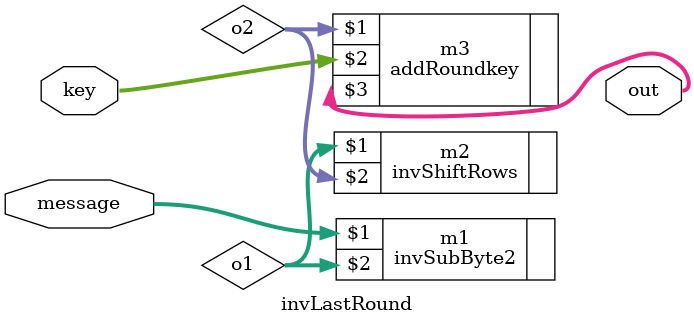
<source format=v>
module invLastRound(message,key,out);

input [127:0]message,key;
output [127:0]out;

wire [127:0]o1,o2;

invSubByte2 m1(message,o1);
invShiftRows m2(o1,o2);
addRoundkey m3(o2,key,out);


endmodule


</source>
